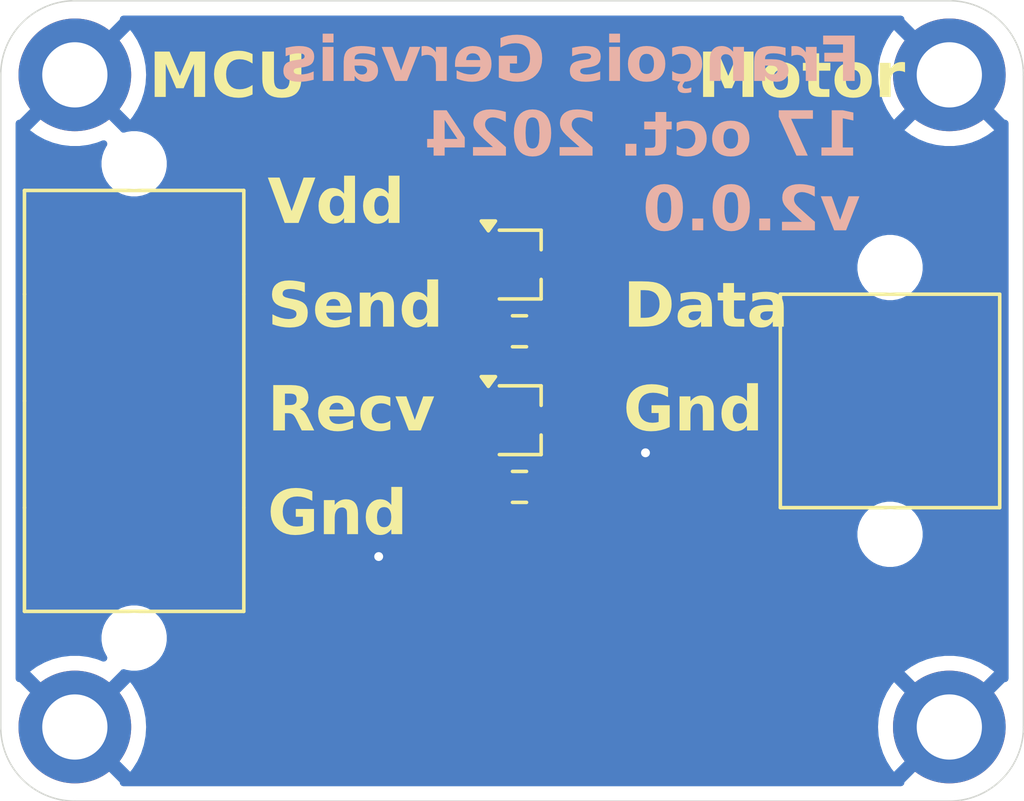
<source format=kicad_pcb>
(kicad_pcb (version 20240108) (generator "pcbnew") (generator_version "8.0")
  (layers (0 "F.Cu" signal) (31 "B.Cu" signal) (34 "B.Paste" user) (35 "F.Paste" user) (36 "B.SilkS" user "B.Silkscreen") (37 "F.SilkS" user "F.Silkscreen") (38 "B.Mask" user) (39 "F.Mask" user) (44 "Edge.Cuts" user))
  (net 0 "")
  (net 1 "GND")
  (net 2 "/motor_data")
  (net 3 "/uc_send")
  (net 4 "VDD")
  (net 5 "/uc_recv")
  (footprint "Resistor_SMD:R_0603_1608Metric" (layer "F.Cu") (at 38.5 25.65 180)
    (property "Reference" "R2" (hide yes))
    (property "Value" "PU" (hide yes))
    (fp_line (start -0.237258 0.5225) (end 0.237258 0.5225) (stroke (width 0.12)) (layer "F.SilkS"))
    (fp_line (start -0.237258 -0.5225) (end 0.237258 -0.5225) (stroke (width 0.12)) (layer "F.SilkS"))
    (pad "1" smd roundrect (at -0.825 0 180) (size 0.8 0.95) (layers "F.Cu" "F.Paste" "F.Mask") (net 4 "VDD"))
    (pad "2" smd roundrect (at 0.825 0 180) (size 0.8 0.95) (layers "F.Cu" "F.Paste" "F.Mask") (net 3 "/uc_send"))
  )
  (footprint "BSS138W:BSS138W" (layer "F.Cu") (at 38.5 23.4)
    (property "Reference" "Q1" (hide yes))
    (property "Value" "BSS138W")
    (fp_line (start -0.68 -1.16) (end 0.73 -1.16) (stroke (width 0.12)) (layer "F.SilkS"))
    (fp_line (start -0.68 1.16) (end 0.73 1.16) (stroke (width 0.12)) (layer "F.SilkS"))
    (fp_line (start 0.73 -1.16) (end 0.73 -0.5) (stroke (width 0.12)) (layer "F.SilkS"))
    (fp_line (start 0.73 0.5) (end 0.73 1.16) (stroke (width 0.12)) (layer "F.SilkS"))
    (fp_poly (pts (xy -1.05 -1.14) (xy -1.29 -1.47) (xy -0.81 -1.47) (xy -1.05 -1.14)) (stroke (width 0.12)) (fill solid) (layer "F.SilkS"))
    (pad "1" smd roundrect (at -1 -0.65 270) (size 0.45 0.7) (layers "F.Cu" "F.Paste" "F.Mask") (net 4 "VDD"))
    (pad "2" smd roundrect (at -1 0.65 270) (size 0.45 0.7) (layers "F.Cu" "F.Paste" "F.Mask") (net 3 "/uc_send"))
    (pad "3" smd roundrect (at 1 0 270) (size 0.45 0.7) (layers "F.Cu" "F.Paste" "F.Mask") (net 2 "/motor_data"))
  )
  (footprint "BSS138W:BSS138W" (layer "F.Cu") (at 38.5 28.65)
    (property "Reference" "Q2" (hide yes))
    (property "Value" "BSS138W" (hide yes))
    (fp_line (start -0.68 -1.16) (end 0.73 -1.16) (stroke (width 0.12)) (layer "F.SilkS"))
    (fp_line (start -0.68 1.16) (end 0.73 1.16) (stroke (width 0.12)) (layer "F.SilkS"))
    (fp_line (start 0.73 -1.16) (end 0.73 -0.5) (stroke (width 0.12)) (layer "F.SilkS"))
    (fp_line (start 0.73 0.5) (end 0.73 1.16) (stroke (width 0.12)) (layer "F.SilkS"))
    (fp_poly (pts (xy -1.05 -1.14) (xy -1.29 -1.47) (xy -0.81 -1.47) (xy -1.05 -1.14)) (stroke (width 0.12)) (fill solid) (layer "F.SilkS"))
    (pad "1" smd roundrect (at -1 -0.65 270) (size 0.45 0.7) (layers "F.Cu" "F.Paste" "F.Mask") (net 4 "VDD"))
    (pad "2" smd roundrect (at -1 0.65 270) (size 0.45 0.7) (layers "F.Cu" "F.Paste" "F.Mask") (net 5 "/uc_recv"))
    (pad "3" smd roundrect (at 1 0 270) (size 0.45 0.7) (layers "F.Cu" "F.Paste" "F.Mask") (net 2 "/motor_data"))
  )
  (footprint "TZ042101B000G:TZ042101B000G" (layer "F.Cu") (at 25.5 28 -90)
    (property "Reference" "J2" (hide yes))
    (property "Value" "Screw_Terminal_01x04" (hide yes))
    (fp_line (start -7.1 3.7) (end -7.1 -3.7) (stroke (width 0.12)) (layer "F.SilkS"))
    (fp_line (start -3.6 3.7) (end -7.1 3.7) (stroke (width 0.12)) (layer "F.SilkS"))
    (fp_line (start 0 3.7) (end -3.6 3.7) (stroke (width 0.12)) (layer "F.SilkS"))
    (fp_line (start 3.6 3.7) (end 0 3.7) (stroke (width 0.12)) (layer "F.SilkS"))
    (fp_line (start 7.1 3.7) (end 3.6 3.7) (stroke (width 0.12)) (layer "F.SilkS"))
    (fp_line (start -7.1 -3.7) (end -3.6 -3.7) (stroke (width 0.12)) (layer "F.SilkS"))
    (fp_line (start -3.6 -3.7) (end 3.6 -3.7) (stroke (width 0.12)) (layer "F.SilkS"))
    (fp_line (start 3.6 -3.7) (end 7.1 -3.7) (stroke (width 0.12)) (layer "F.SilkS"))
    (fp_line (start 7.1 -3.7) (end 7.1 3.7) (stroke (width 0.12)) (layer "F.SilkS"))
    (pad "" np_thru_hole circle (at -8 0 270) (size 1.7 1.7) (drill 1.7) (layers "*.Cu" "*.Mask"))
    (pad "" np_thru_hole circle (at 8 0 270) (size 1.7 1.7) (drill 1.7) (layers "*.Cu" "*.Mask"))
    (pad "1" smd rect (at -5.25 -4.95 270) (size 1.4 5.1) (layers "F.Cu" "F.Paste" "F.Mask") (net 4 "VDD"))
    (pad "2" smd rect (at -1.75 -4.95 270) (size 1.4 5.1) (layers "F.Cu" "F.Paste" "F.Mask") (net 3 "/uc_send"))
    (pad "3" smd rect (at 1.75 -4.95 270) (size 1.4 5.1) (layers "F.Cu" "F.Paste" "F.Mask") (net 5 "/uc_recv"))
    (pad "4" smd rect (at 5.25 -4.95 270) (size 1.4 5.1) (layers "F.Cu" "F.Paste" "F.Mask") (net 1 "GND"))
  )
  (footprint "MountingHole:MountingHole_2.2mm_M2_ISO14580_Pad" (layer "F.Cu") (at 53 39)
    (property "Reference" "H4" (hide yes))
    (property "Value" "MountingHole_Pad" (hide yes))
    (pad "1" thru_hole circle (at 0 0) (size 3.8 3.8) (drill 2.2) (layers "*.Cu" "*.Mask") (net 1 "GND"))
  )
  (footprint "Resistor_SMD:R_0603_1608Metric" (layer "F.Cu") (at 38.5 30.9 180)
    (property "Reference" "R1" (hide yes))
    (property "Value" "PU")
    (fp_line (start -0.237258 0.5225) (end 0.237258 0.5225) (stroke (width 0.12)) (layer "F.SilkS"))
    (fp_line (start -0.237258 -0.5225) (end 0.237258 -0.5225) (stroke (width 0.12)) (layer "F.SilkS"))
    (pad "1" smd roundrect (at -0.825 0 180) (size 0.8 0.95) (layers "F.Cu" "F.Paste" "F.Mask") (net 4 "VDD"))
    (pad "2" smd roundrect (at 0.825 0 180) (size 0.8 0.95) (layers "F.Cu" "F.Paste" "F.Mask") (net 5 "/uc_recv"))
  )
  (footprint "MountingHole:MountingHole_2.2mm_M2_ISO14580_Pad" (layer "F.Cu") (at 23.5 39)
    (property "Reference" "H2" (hide yes))
    (property "Value" "MountingHole_Pad" (hide yes))
    (pad "1" thru_hole circle (at 0 0) (size 3.8 3.8) (drill 2.2) (layers "*.Cu" "*.Mask") (net 1 "GND"))
  )
  (footprint "MountingHole:MountingHole_2.2mm_M2_ISO14580_Pad" (layer "F.Cu") (at 23.5 17)
    (property "Reference" "H1" (hide yes))
    (property "Value" "MountingHole_Pad" (hide yes))
    (pad "1" thru_hole circle (at 0 0) (size 3.8 3.8) (drill 2.2) (layers "*.Cu" "*.Mask") (net 1 "GND"))
  )
  (footprint "MountingHole:MountingHole_2.2mm_M2_ISO14580_Pad" (layer "F.Cu") (at 53 17)
    (property "Reference" "H3" (hide yes))
    (property "Value" "MountingHole_Pad" (hide yes))
    (pad "1" thru_hole circle (at 0 0) (size 3.8 3.8) (drill 2.2) (layers "*.Cu" "*.Mask") (net 1 "GND"))
  )
  (footprint "TZ022101B000G:TZ022101B000G" (layer "F.Cu") (at 51 28 90)
    (property "Reference" "J1" (hide yes))
    (property "Value" "Screw_Terminal_01x02" (hide yes))
    (fp_line (start 3.6 -3.7) (end 3.6 3.7) (stroke (width 0.12)) (layer "F.SilkS"))
    (fp_line (start -3.6 -3.7) (end 3.6 -3.7) (stroke (width 0.12)) (layer "F.SilkS"))
    (fp_line (start 3.6 3.7) (end 0 3.7) (stroke (width 0.12)) (layer "F.SilkS"))
    (fp_line (start 0 3.7) (end -3.6 3.7) (stroke (width 0.12)) (layer "F.SilkS"))
    (fp_line (start -3.6 3.7) (end -3.6 -3.7) (stroke (width 0.12)) (layer "F.SilkS"))
    (pad "" np_thru_hole circle (at -4.5 0 90) (size 1.7 1.7) (drill 1.7) (layers "*.Cu" "*.Mask"))
    (pad "" np_thru_hole circle (at 4.5 0 90) (size 1.7 1.7) (drill 1.7) (layers "*.Cu" "*.Mask"))
    (pad "1" smd rect (at -1.75 -4.95 90) (size 1.4 5.1) (layers "F.Cu" "F.Paste" "F.Mask") (net 1 "GND"))
    (pad "2" smd rect (at 1.75 -4.95 90) (size 1.4 5.1) (layers "F.Cu" "F.Paste" "F.Mask") (net 2 "/motor_data"))
  )
  (gr_line (start 53 41.5) (end 23.5 41.5) (stroke (width 0.05)) (layer "Edge.Cuts"))
  (gr_line (start 23.5 14.5) (end 53 14.5) (stroke (width 0.05)) (layer "Edge.Cuts"))
  (gr_line (start 55.5 17) (end 55.5 39) (stroke (width 0.05)) (layer "Edge.Cuts"))
  (gr_arc (start 53 14.5) (mid 54.767767 15.232233) (end 55.5 17) (stroke (width 0.05)) (layer "Edge.Cuts"))
  (gr_arc (start 21 17) (mid 21.732233 15.232233) (end 23.5 14.5) (stroke (width 0.05)) (layer "Edge.Cuts"))
  (gr_line (start 21 39) (end 21 17) (stroke (width 0.05)) (layer "Edge.Cuts"))
  (gr_arc (start 23.5 41.5) (mid 21.732233 40.767767) (end 21 39) (stroke (width 0.05)) (layer "Edge.Cuts"))
  (gr_arc (start 55.5 39) (mid 54.767767 40.767767) (end 53 41.5) (stroke (width 0.05)) (layer "Edge.Cuts"))
  (gr_text "François Gervais\n17 oct. 2024\nv2.0.0" (at 50 22.5 0) (layer "B.SilkS") (effects (font (size 1.5 1.5) (thickness 0.3) (bold yes)) (justify left bottom mirror)))
  (gr_text "Motor" (at 44.5 18 0) (layer "F.SilkS") (effects (font (size 1.5 1.5) (thickness 0.3) (bold yes)) (justify left bottom)))
  (gr_text "Gnd" (at 30 32.75 0) (layer "F.SilkS") (effects (font (size 1.5 1.5) (thickness 0.3) (bold yes)) (justify left bottom)))
  (gr_text "MCU" (at 26 18 0) (layer "F.SilkS") (effects (font (size 1.5 1.5) (thickness 0.3) (bold yes)) (justify left bottom)))
  (gr_text "Recv" (at 30 29.25 0) (layer "F.SilkS") (effects (font (size 1.5 1.5) (thickness 0.3) (bold yes)) (justify left bottom)))
  (gr_text "Send" (at 30 25.75 0) (layer "F.SilkS") (effects (font (size 1.5 1.5) (thickness 0.3) (bold yes)) (justify left bottom)))
  (gr_text "Gnd" (at 42 29.25 0) (layer "F.SilkS") (effects (font (size 1.5 1.5) (thickness 0.3) (bold yes)) (justify left bottom)))
  (gr_text "Data" (at 42 25.75 0) (layer "F.SilkS") (effects (font (size 1.5 1.5) (thickness 0.3) (bold yes)) (justify left bottom)))
  (gr_text "Vdd" (at 30 22.25 0) (layer "F.SilkS") (effects (font (size 1.5 1.5) (thickness 0.3) (bold yes)) (justify left bottom)))
  (segment (start 30.45 33.25) (end 33.75 33.25) (width 0.2) (layer "F.Cu") (net 1))
  (segment (start 46.05 29.75) (end 42.75 29.75) (width 0.2) (layer "F.Cu") (net 1))
  (via (at 33.75 33.25) (size 0.6) (drill 0.3) (layers "F.Cu" "B.Cu") (net 1))
  (via (at 42.75 29.75) (size 0.6) (drill 0.3) (layers "F.Cu" "B.Cu") (net 1))
  (segment (start 40.025 26.25) (end 40.025 28.125) (width 0.2) (layer "F.Cu") (net 2))
  (segment (start 40.025 23.925) (end 40.025 26.25) (width 0.2) (layer "F.Cu") (net 2))
  (segment (start 40.025 28.125) (end 39.5 28.65) (width 0.2) (layer "F.Cu") (net 2))
  (segment (start 39.5 23.4) (end 40.025 23.925) (width 0.2) (layer "F.Cu") (net 2))
  (segment (start 46.05 26.25) (end 40.025 26.25) (width 0.2) (layer "F.Cu") (net 2))
  (segment (start 37.5 24.05) (end 37.5 25.475) (width 0.2) (layer "F.Cu") (net 3))
  (segment (start 37.5 25.475) (end 37.675 25.65) (width 0.2) (layer "F.Cu") (net 3))
  (segment (start 35.3 26.25) (end 37.5 24.05) (width 0.2) (layer "F.Cu") (net 3))
  (segment (start 30.45 26.25) (end 35.3 26.25) (width 0.2) (layer "F.Cu") (net 3))
  (segment (start 38.5 23.75) (end 38.5 25.75) (width 0.2) (layer "F.Cu") (net 4))
  (segment (start 38.5 25.65) (end 38.5 25.75) (width 0.2) (layer "F.Cu") (net 4))
  (segment (start 38.4 28) (end 38.5 27.9) (width 0.2) (layer "F.Cu") (net 4))
  (segment (start 30.45 22.75) (end 37.35 22.75) (width 0.2) (layer "F.Cu") (net 4))
  (segment (start 38.5 25.75) (end 38.5 27.9) (width 0.2) (layer "F.Cu") (net 4))
  (segment (start 37.5 22.75) (end 38.5 23.75) (width 0.2) (layer "F.Cu") (net 4))
  (segment (start 38.5 30.075) (end 39.325 30.9) (width 0.2) (layer "F.Cu") (net 4))
  (segment (start 37.5 28) (end 38.4 28) (width 0.2) (layer "F.Cu") (net 4))
  (segment (start 38.5 27.9) (end 38.5 30.075) (width 0.2) (layer "F.Cu") (net 4))
  (segment (start 38.5 25.65) (end 39.325 25.65) (width 0.2) (layer "F.Cu") (net 4))
  (segment (start 37.5 29.3) (end 37.5 30.725) (width 0.2) (layer "F.Cu") (net 5))
  (segment (start 37.5 30.725) (end 37.675 30.9) (width 0.2) (layer "F.Cu") (net 5))
  (segment (start 37.05 29.75) (end 37.5 29.3) (width 0.2) (layer "F.Cu") (net 5))
  (segment (start 30.45 29.75) (end 37.05 29.75) (width 0.2) (layer "F.Cu") (net 5))
  (zone (net 1) (net_name "GND") (layer "B.Cu") (connect_pads (clearance 0.5)) (min_thickness 0.25) (fill yes (thermal_gap 0.5) (thermal_bridge_width 0.5))
    (polygon (pts (xy 21 41.5) (xy 21 14.5) (xy 55.5 14.5) (xy 55.5 41.5)))
  )
)
</source>
